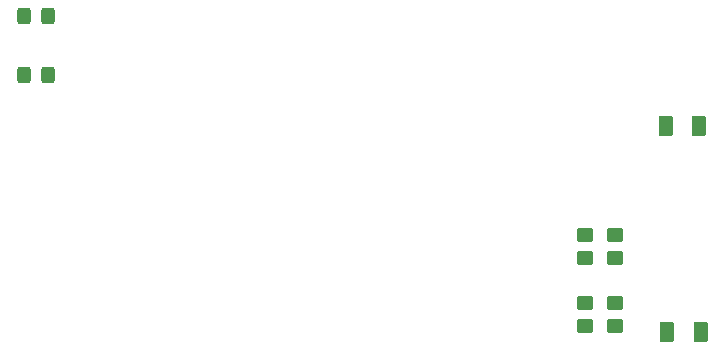
<source format=gbr>
%TF.GenerationSoftware,KiCad,Pcbnew,8.0.9-8.0.9-0~ubuntu24.04.1*%
%TF.CreationDate,2025-02-24T19:38:21+01:00*%
%TF.ProjectId,jack2bluetooth,6a61636b-3262-46c7-9565-746f6f74682e,v3.0*%
%TF.SameCoordinates,Original*%
%TF.FileFunction,Paste,Bot*%
%TF.FilePolarity,Positive*%
%FSLAX46Y46*%
G04 Gerber Fmt 4.6, Leading zero omitted, Abs format (unit mm)*
G04 Created by KiCad (PCBNEW 8.0.9-8.0.9-0~ubuntu24.04.1) date 2025-02-24 19:38:21*
%MOMM*%
%LPD*%
G01*
G04 APERTURE LIST*
G04 Aperture macros list*
%AMRoundRect*
0 Rectangle with rounded corners*
0 $1 Rounding radius*
0 $2 $3 $4 $5 $6 $7 $8 $9 X,Y pos of 4 corners*
0 Add a 4 corners polygon primitive as box body*
4,1,4,$2,$3,$4,$5,$6,$7,$8,$9,$2,$3,0*
0 Add four circle primitives for the rounded corners*
1,1,$1+$1,$2,$3*
1,1,$1+$1,$4,$5*
1,1,$1+$1,$6,$7*
1,1,$1+$1,$8,$9*
0 Add four rect primitives between the rounded corners*
20,1,$1+$1,$2,$3,$4,$5,0*
20,1,$1+$1,$4,$5,$6,$7,0*
20,1,$1+$1,$6,$7,$8,$9,0*
20,1,$1+$1,$8,$9,$2,$3,0*%
G04 Aperture macros list end*
%ADD10RoundRect,0.250000X0.375000X0.625000X-0.375000X0.625000X-0.375000X-0.625000X0.375000X-0.625000X0*%
%ADD11RoundRect,0.250000X0.450000X-0.350000X0.450000X0.350000X-0.450000X0.350000X-0.450000X-0.350000X0*%
%ADD12RoundRect,0.250000X-0.325000X-0.450000X0.325000X-0.450000X0.325000X0.450000X-0.325000X0.450000X0*%
%ADD13RoundRect,0.250000X-0.450000X0.350000X-0.450000X-0.350000X0.450000X-0.350000X0.450000X0.350000X0*%
G04 APERTURE END LIST*
D10*
%TO.C,D7*%
X225500000Y-128500000D03*
X222700000Y-128500000D03*
%TD*%
D11*
%TO.C,R30*%
X215750000Y-122250000D03*
X215750000Y-120250000D03*
%TD*%
D12*
%TO.C,D8*%
X168225000Y-106750000D03*
X170275000Y-106750000D03*
%TD*%
%TO.C,D1*%
X168225000Y-101750000D03*
X170275000Y-101750000D03*
%TD*%
D11*
%TO.C,R8*%
X218250000Y-128000000D03*
X218250000Y-126000000D03*
%TD*%
D13*
%TO.C,R31*%
X215750000Y-126000000D03*
X215750000Y-128000000D03*
%TD*%
%TO.C,R7*%
X218250000Y-120250000D03*
X218250000Y-122250000D03*
%TD*%
D10*
%TO.C,D4*%
X225400000Y-111000000D03*
X222600000Y-111000000D03*
%TD*%
M02*

</source>
